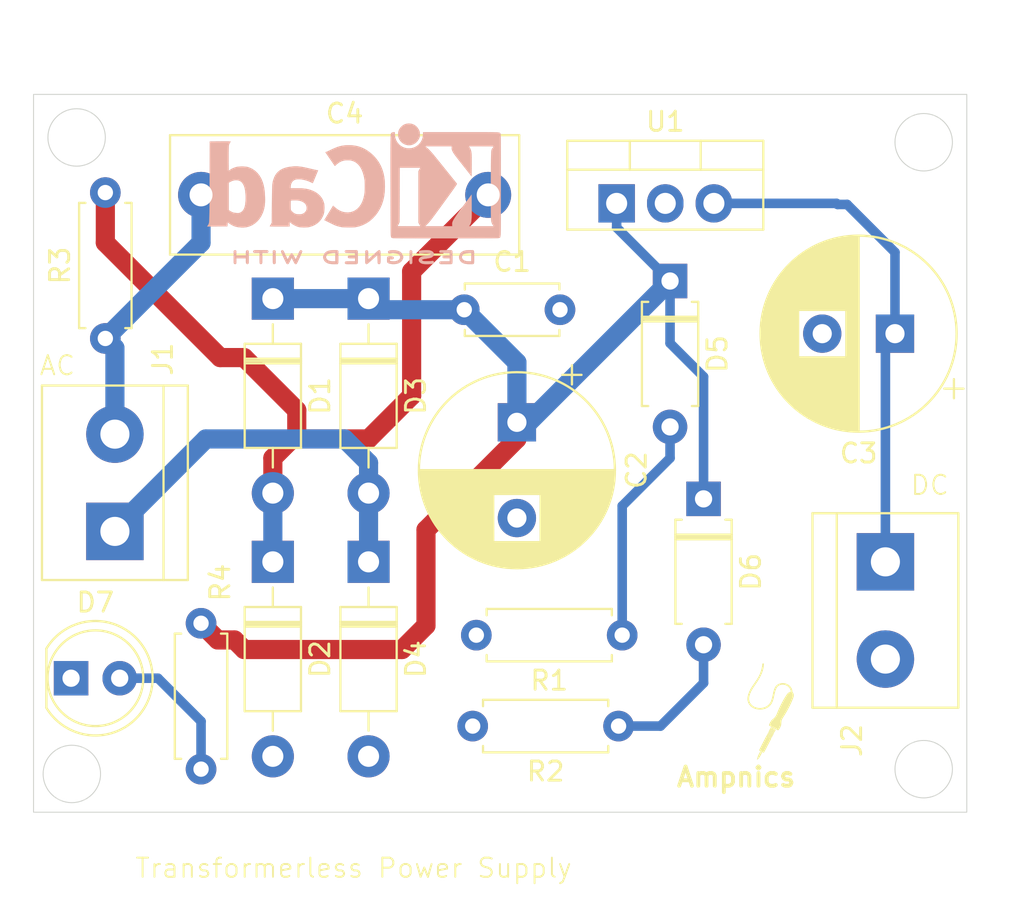
<source format=kicad_pcb>
(kicad_pcb (version 20240108) (generator "pcbnew") (generator_version "8.0")
  (layers (0 "F.Cu" signal) (31 "B.Cu" signal) (34 "B.Paste" user) (35 "F.Paste" user) (36 "B.SilkS" user "B.Silkscreen") (37 "F.SilkS" user "F.Silkscreen") (38 "B.Mask" user) (39 "F.Mask" user) (44 "Edge.Cuts" user))
  (net 0 "")
  (net 1 "Net-(D1-K)")
  (net 2 "GND")
  (net 3 "/5V")
  (net 4 "Net-(D1-A)")
  (net 5 "Net-(J1-Pin_2)")
  (net 6 "Net-(D3-A)")
  (net 7 "Net-(D5-A)")
  (net 8 "Net-(D6-A)")
  (net 9 "Net-(D7-A)")
  (footprint "Capacitor_THT:CP_Radial_D10.0mm_P3.80mm" (layer "F.Cu") (at 130.75 95 180)
    (property "Reference" "C3" (at 1.9 -6.25 0) (layer "F.SilkS"))
    (property "Value" "470uf")
    (pad "1" thru_hole rect (at 0 0 180) (size 2 2) (drill 1) (layers "*.Cu" "*.Mask") (net 3 "/5V"))
    (pad "2" thru_hole circle (at 3.8 0 180) (size 2 2) (drill 1) (layers "*.Cu" "*.Mask") (net 2 "GND"))
  )
  (footprint "Resistor_THT:R_Axial_DIN0207_L6.3mm_D2.5mm_P7.62mm_Horizontal" (layer "F.Cu") (at 116.5 110.75 180)
    (property "Reference" "R1" (at 3.81 -2.37 0) (layer "F.SilkS"))
    (property "Value" "20k")
    (pad "1" thru_hole circle (at 0 0 180) (size 1.6 1.6) (drill 0.8) (layers "*.Cu" "*.Mask") (net 7 "Net-(D5-A)"))
    (pad "2" thru_hole oval (at 7.62 0 180) (size 1.6 1.6) (drill 0.8) (layers "*.Cu" "*.Mask") (net 2 "GND"))
  )
  (footprint "Diode_THT:D_DO-41_SOD81_P10.16mm_Horizontal" (layer "F.Cu") (at 103.25 93.17 -90)
    (property "Reference" "D3" (at 5.08 -2.47 90) (layer "F.SilkS"))
    (property "Value" "1N4007")
    (pad "1" thru_hole rect (at 0 0 270) (size 2.2 2.2) (drill 1.1) (layers "*.Cu" "*.Mask") (net 1 "Net-(D1-K)"))
    (pad "2" thru_hole oval (at 10.16 0 270) (size 2.2 2.2) (drill 1.1) (layers "*.Cu" "*.Mask") (net 6 "Net-(D3-A)"))
  )
  (footprint "Capacitor_THT:C_Rect_L18.0mm_W6.0mm_P15.00mm_FKS3_FKP3" (layer "F.Cu") (at 94.5 87.75)
    (property "Reference" "C4" (at 7.5 -4.25 0) (layer "F.SilkS"))
    (property "Value" "225k/2.2uF")
    (pad "1" thru_hole circle (at 0 0) (size 2.4 2.4) (drill 1.2) (layers "*.Cu" "*.Mask") (net 5 "Net-(J1-Pin_2)"))
    (pad "2" thru_hole circle (at 15 0) (size 2.4 2.4) (drill 1.2) (layers "*.Cu" "*.Mask") (net 4 "Net-(D1-A)"))
  )
  (footprint "TerminalBlock:TerminalBlock_bornier-2_P5.08mm" (layer "F.Cu") (at 90 105.33 90)
    (property "Reference" "J1" (at 9 2.5 90) (layer "F.SilkS"))
    (property "Value" "Screw_Terminal_01x02")
    (pad "1" thru_hole rect (at 0 0 90) (size 3 3) (drill 1.52) (layers "*.Cu" "*.Mask") (net 6 "Net-(D3-A)"))
    (pad "2" thru_hole circle (at 5.08 0 90) (size 3 3) (drill 1.52) (layers "*.Cu" "*.Mask") (net 5 "Net-(J1-Pin_2)"))
  )
  (footprint "Diode_THT:D_A-405_P7.62mm_Horizontal" (layer "F.Cu") (at 120.75 103.63 -90)
    (property "Reference" "D6" (at 3.81 -2.47 90) (layer "F.SilkS"))
    (property "Value" "D_Zener")
    (pad "1" thru_hole rect (at 0 0 270) (size 1.8 1.8) (drill 0.9) (layers "*.Cu" "*.Mask") (net 1 "Net-(D1-K)"))
    (pad "2" thru_hole oval (at 7.62 0 270) (size 1.8 1.8) (drill 0.9) (layers "*.Cu" "*.Mask") (net 8 "Net-(D6-A)"))
  )
  (footprint "Diode_THT:D_DO-41_SOD81_P10.16mm_Horizontal" (layer "F.Cu") (at 103.25 106.92 -90)
    (property "Reference" "D4" (at 5.08 -2.47 90) (layer "F.SilkS"))
    (property "Value" "1N4007")
    (pad "1" thru_hole rect (at 0 0 270) (size 2.2 2.2) (drill 1.1) (layers "*.Cu" "*.Mask") (net 6 "Net-(D3-A)"))
    (pad "2" thru_hole oval (at 10.16 0 270) (size 2.2 2.2) (drill 1.1) (layers "*.Cu" "*.Mask") (net 2 "GND"))
  )
  (footprint "Resistor_THT:R_Axial_DIN0207_L6.3mm_D2.5mm_P7.62mm_Horizontal" (layer "F.Cu") (at 94.5 110.13 -90)
    (property "Reference" "R4" (at -2.13 -1 90) (layer "F.SilkS"))
    (property "Value" "2.2k")
    (pad "1" thru_hole circle (at 0 0 270) (size 1.6 1.6) (drill 0.8) (layers "*.Cu" "*.Mask") (net 1 "Net-(D1-K)"))
    (pad "2" thru_hole oval (at 7.62 0 270) (size 1.6 1.6) (drill 0.8) (layers "*.Cu" "*.Mask") (net 9 "Net-(D7-A)"))
  )
  (footprint "Capacitor_THT:C_Disc_D4.7mm_W2.5mm_P5.00mm" (layer "F.Cu") (at 108.25 93.75)
    (property "Reference" "C1" (at 2.5 -2.5 0) (layer "F.SilkS"))
    (property "Value" "0.1uf")
    (pad "1" thru_hole circle (at 0 0) (size 1.6 1.6) (drill 0.8) (layers "*.Cu" "*.Mask") (net 1 "Net-(D1-K)"))
    (pad "2" thru_hole circle (at 5 0) (size 1.6 1.6) (drill 0.8) (layers "*.Cu" "*.Mask") (net 2 "GND"))
  )
  (footprint "logo.preety:ampnics_logo_6x6mm" (layer "F.Cu") (at 124.25 114.75)
    (property "Reference" "G***" (hide yes))
    (property "Value" "LOGO" (hide yes))
  )
  (footprint "Capacitor_THT:CP_Radial_D10.0mm_P5.00mm" (layer "F.Cu") (at 111 99.632323 -90)
    (property "Reference" "C2" (at 2.5 -6.25 90) (layer "F.SilkS"))
    (property "Value" "1000uf")
    (pad "1" thru_hole rect (at 0 0 270) (size 2 2) (drill 1) (layers "*.Cu" "*.Mask") (net 1 "Net-(D1-K)"))
    (pad "2" thru_hole circle (at 5 0 270) (size 2 2) (drill 1) (layers "*.Cu" "*.Mask") (net 2 "GND"))
  )
  (footprint "Resistor_THT:R_Axial_DIN0207_L6.3mm_D2.5mm_P7.62mm_Horizontal" (layer "F.Cu") (at 89.5 95.25 90)
    (property "Reference" "R3" (at 3.81 -2.37 90) (layer "F.SilkS"))
    (property "Value" "1M")
    (pad "1" thru_hole circle (at 0 0 90) (size 1.6 1.6) (drill 0.8) (layers "*.Cu" "*.Mask") (net 5 "Net-(J1-Pin_2)"))
    (pad "2" thru_hole oval (at 7.62 0 90) (size 1.6 1.6) (drill 0.8) (layers "*.Cu" "*.Mask") (net 4 "Net-(D1-A)"))
  )
  (footprint "Resistor_THT:R_Axial_DIN0207_L6.3mm_D2.5mm_P7.62mm_Horizontal" (layer "F.Cu") (at 116.31 115.5 180)
    (property "Reference" "R2" (at 3.81 -2.37 0) (layer "F.SilkS"))
    (property "Value" "20k")
    (pad "1" thru_hole circle (at 0 0 180) (size 1.6 1.6) (drill 0.8) (layers "*.Cu" "*.Mask") (net 8 "Net-(D6-A)"))
    (pad "2" thru_hole oval (at 7.62 0 180) (size 1.6 1.6) (drill 0.8) (layers "*.Cu" "*.Mask") (net 2 "GND"))
  )
  (footprint "Diode_THT:D_A-405_P7.62mm_Horizontal" (layer "F.Cu") (at 119 92.25 -90)
    (property "Reference" "D5" (at 3.81 -2.47 90) (layer "F.SilkS"))
    (property "Value" "D_Zener")
    (pad "1" thru_hole rect (at 0 0 270) (size 1.8 1.8) (drill 0.9) (layers "*.Cu" "*.Mask") (net 1 "Net-(D1-K)"))
    (pad "2" thru_hole oval (at 7.62 0 270) (size 1.8 1.8) (drill 0.9) (layers "*.Cu" "*.Mask") (net 7 "Net-(D5-A)"))
  )
  (footprint "Package_TO_SOT_THT:TO-220-3_Vertical" (layer "F.Cu") (at 116.21 88.195)
    (property "Reference" "U1" (at 2.54 -4.27 0) (layer "F.SilkS"))
    (property "Value" "LM7805_TO220")
    (pad "1" thru_hole rect (at 0 0) (size 1.905 2) (drill 1.1) (layers "*.Cu" "*.Mask") (net 1 "Net-(D1-K)"))
    (pad "2" thru_hole oval (at 2.54 0) (size 1.905 2) (drill 1.1) (layers "*.Cu" "*.Mask") (net 2 "GND"))
    (pad "3" thru_hole oval (at 5.08 0) (size 1.905 2) (drill 1.1) (layers "*.Cu" "*.Mask") (net 3 "/5V"))
  )
  (footprint "Diode_THT:D_DO-41_SOD81_P10.16mm_Horizontal" (layer "F.Cu") (at 98.25 106.92 -90)
    (property "Reference" "D2" (at 5.08 -2.47 90) (layer "F.SilkS"))
    (property "Value" "1N4007")
    (pad "1" thru_hole rect (at 0 0 270) (size 2.2 2.2) (drill 1.1) (layers "*.Cu" "*.Mask") (net 4 "Net-(D1-A)"))
    (pad "2" thru_hole oval (at 10.16 0 270) (size 2.2 2.2) (drill 1.1) (layers "*.Cu" "*.Mask") (net 2 "GND"))
  )
  (footprint "LED_THT:LED_D5.0mm" (layer "F.Cu") (at 87.71 113)
    (property "Reference" "D7" (at 1.27 -3.96 0) (layer "F.SilkS"))
    (property "Value" "LED")
    (pad "1" thru_hole rect (at 0 0) (size 1.8 1.8) (drill 0.9) (layers "*.Cu" "*.Mask") (net 2 "GND"))
    (pad "2" thru_hole circle (at 2.54 0) (size 1.8 1.8) (drill 0.9) (layers "*.Cu" "*.Mask") (net 9 "Net-(D7-A)"))
  )
  (footprint "Diode_THT:D_DO-41_SOD81_P10.16mm_Horizontal" (layer "F.Cu") (at 98.25 93.17 -90)
    (property "Reference" "D1" (at 5.08 -2.47 90) (layer "F.SilkS"))
    (property "Value" "1N4007")
    (pad "1" thru_hole rect (at 0 0 270) (size 2.2 2.2) (drill 1.1) (layers "*.Cu" "*.Mask") (net 1 "Net-(D1-K)"))
    (pad "2" thru_hole oval (at 10.16 0 270) (size 2.2 2.2) (drill 1.1) (layers "*.Cu" "*.Mask") (net 4 "Net-(D1-A)"))
  )
  (footprint "TerminalBlock:TerminalBlock_bornier-2_P5.08mm" (layer "F.Cu") (at 130.25 106.92 -90)
    (property "Reference" "J2" (at 9.33 1.75 90) (layer "F.SilkS"))
    (property "Value" "Screw_Terminal_01x02")
    (pad "1" thru_hole rect (at 0 0 270) (size 3 3) (drill 1.52) (layers "*.Cu" "*.Mask") (net 3 "/5V"))
    (pad "2" thru_hole circle (at 5.08 0 270) (size 3 3) (drill 1.52) (layers "*.Cu" "*.Mask") (net 2 "GND"))
  )
  (footprint "Symbol:KiCad-Logo2_6mm_SilkScreen" (layer "B.Cu") (at 102.5 87 180)
    (property "Reference" "REF**" (hide yes))
    (property "Value" "KiCad-Logo2_6mm_SilkScreen" (hide yes))
  )
  (gr_circle (center 132.25 117.75) (end 133.75 117.75) (stroke (width 0.05)) (fill none) (layer "Edge.Cuts"))
  (gr_circle (center 87.75 118) (end 89.25 118) (stroke (width 0.05)) (fill none) (layer "Edge.Cuts"))
  (gr_circle (center 132.25 85) (end 133.75 85) (stroke (width 0.05)) (fill none) (layer "Edge.Cuts"))
  (gr_rect (start 85.75 82.5) (end 134.5 120) (stroke (width 0.05)) (fill none) (layer "Edge.Cuts"))
  (gr_circle (center 88 84.75) (end 89.5 84.75) (stroke (width 0.05)) (fill none) (layer "Edge.Cuts"))
  (gr_text "Transformerless Power Supply" (at 91 123.5 0) (layer "F.SilkS") (effects (font (size 1 1) (thickness 0.1)) (justify left bottom)))
  (gr_text "DC" (at 131.5 103.5 0) (layer "F.SilkS") (effects (font (size 1 1) (thickness 0.1)) (justify left bottom)))
  (gr_text "AC" (at 86 97.25 0) (layer "F.SilkS") (effects (font (size 1 1) (thickness 0.1)) (justify left bottom)))
  (gr_text "Ampnics" (at 119.25 118.75 0) (layer "F.SilkS") (effects (font (size 1 1) (thickness 0.2) (bold yes)) (justify left bottom)))
  (segment (start 106.25 110.25) (end 105 111.5) (width 1) (layer "F.Cu") (net 1))
  (segment (start 106.25 105.25) (end 106.25 110.25) (width 1) (layer "F.Cu") (net 1))
  (segment (start 111 100.5) (end 106.25 105.25) (width 1) (layer "F.Cu") (net 1))
  (segment (start 105 111.5) (end 96.75 111.5) (width 1) (layer "F.Cu") (net 1))
  (segment (start 111 99.632323) (end 111 100.5) (width 1) (layer "F.Cu") (net 1))
  (segment (start 95.37 111) (end 94.5 110.13) (width 1) (layer "F.Cu") (net 1))
  (segment (start 96.75 111.5) (end 96.25 111) (width 1) (layer "F.Cu") (net 1))
  (segment (start 96.25 111) (end 95.37 111) (width 1) (layer "F.Cu") (net 1))
  (segment (start 98.25 93.17) (end 103.25 93.17) (width 1) (layer "B.Cu") (net 1))
  (segment (start 111 99.632323) (end 111 96.5) (width 1) (layer "B.Cu") (net 1))
  (segment (start 111.617677 99.632323) (end 119 92.25) (width 1) (layer "B.Cu") (net 1))
  (segment (start 120.75 97.25) (end 120.75 103.63) (width 0.5) (layer "B.Cu") (net 1))
  (segment (start 119 92.25) (end 119 95.5) (width 0.5) (layer "B.Cu") (net 1))
  (segment (start 119 95.5) (end 120.75 97.25) (width 0.5) (layer "B.Cu") (net 1))
  (segment (start 111 96.5) (end 108.25 93.75) (width 1) (layer "B.Cu") (net 1))
  (segment (start 108.25 93.75) (end 103.83 93.75) (width 1) (layer "B.Cu") (net 1))
  (segment (start 116.21 89.46) (end 116.21 88.195) (width 0.5) (layer "B.Cu") (net 1))
  (segment (start 111 99.632323) (end 111.617677 99.632323) (width 1) (layer "B.Cu") (net 1))
  (segment (start 119 92.25) (end 116.21 89.46) (width 0.5) (layer "B.Cu") (net 1))
  (segment (start 103.83 93.75) (end 103.25 93.17) (width 1) (layer "B.Cu") (net 1))
  (segment (start 130.75 95) (end 130.75 90.75) (width 0.5) (layer "B.Cu") (net 3))
  (segment (start 127.695 88.195) (end 121.29 88.195) (width 0.5) (layer "B.Cu") (net 3))
  (segment (start 127.75 88.25) (end 127.695 88.195) (width 0.5) (layer "B.Cu") (net 3))
  (segment (start 130.75 90.75) (end 128.25 88.25) (width 0.5) (layer "B.Cu") (net 3))
  (segment (start 128.25 88.25) (end 127.75 88.25) (width 0.5) (layer "B.Cu") (net 3))
  (segment (start 130.25 95.5) (end 130.75 95) (width 0.5) (layer "B.Cu") (net 3))
  (segment (start 130.25 106.92) (end 130.25 95.5) (width 0.5) (layer "B.Cu") (net 3))
  (segment (start 99.5 100.5) (end 99.25 100.5) (width 1) (layer "F.Cu") (net 4))
  (segment (start 105.5 91.75) (end 105.5 98.25) (width 1) (layer "F.Cu") (net 4))
  (segment (start 96.75 96.25) (end 99.5 99) (width 1) (layer "F.Cu") (net 4))
  (segment (start 109.5 87.75) (end 105.5 91.75) (width 1) (layer "F.Cu") (net 4))
  (segment (start 103.25 100.5) (end 99.5 100.5) (width 1) (layer "F.Cu") (net 4))
  (segment (start 95.5 96.25) (end 96.75 96.25) (width 1) (layer "F.Cu") (net 4))
  (segment (start 89.5 87.63) (end 89.5 90.25) (width 1) (layer "F.Cu") (net 4))
  (segment (start 99.5 99) (end 99.5 100.5) (width 1) (layer "F.Cu") (net 4))
  (segment (start 98.25 101.5) (end 98.25 103.33) (width 1) (layer "F.Cu") (net 4))
  (segment (start 105.5 98.25) (end 103.25 100.5) (width 1) (layer "F.Cu") (net 4))
  (segment (start 99.25 100.5) (end 98.25 101.5) (width 1) (layer "F.Cu") (net 4))
  (segment (start 89.5 90.25) (end 95.5 96.25) (width 1) (layer "F.Cu") (net 4))
  (segment (start 98.25 106.92) (end 98.25 103.33) (width 1) (layer "B.Cu") (net 4))
  (segment (start 90 100.25) (end 90 95.75) (width 1) (layer "B.Cu") (net 5))
  (segment (start 90 95.75) (end 89.5 95.25) (width 1) (layer "B.Cu") (net 5))
  (segment (start 94.5 90.25) (end 89.5 95.25) (width 1) (layer "B.Cu") (net 5))
  (segment (start 94.5 87.75) (end 94.5 90.25) (width 1) (layer "B.Cu") (net 5))
  (segment (start 90 105.25) (end 94.75 100.5) (width 1) (layer "B.Cu") (net 6))
  (segment (start 102 100.5) (end 103.25 101.75) (width 1) (layer "B.Cu") (net 6))
  (segment (start 94.75 100.5) (end 102 100.5) (width 1) (layer "B.Cu") (net 6))
  (segment (start 90 105.33) (end 90 105.25) (width 1) (layer "B.Cu") (net 6))
  (segment (start 103.25 101.75) (end 103.25 103.33) (width 1) (layer "B.Cu") (net 6))
  (segment (start 103.25 106.92) (end 103.25 103.33) (width 1) (layer "B.Cu") (net 6))
  (segment (start 119 101.5) (end 116.5 104) (width 0.5) (layer "B.Cu") (net 7))
  (segment (start 116.5 104) (end 116.5 110.75) (width 0.5) (layer "B.Cu") (net 7))
  (segment (start 119 99.87) (end 119 101.5) (width 0.5) (layer "B.Cu") (net 7))
  (segment (start 118.5 115.5) (end 116.31 115.5) (width 0.5) (layer "B.Cu") (net 8))
  (segment (start 120.75 111.25) (end 120.75 113.25) (width 0.5) (layer "B.Cu") (net 8))
  (segment (start 120.75 113.25) (end 118.5 115.5) (width 0.5) (layer "B.Cu") (net 8))
  (segment (start 94.5 115.25) (end 92.25 113) (width 0.5) (layer "B.Cu") (net 9))
  (segment (start 92.25 113) (end 90.25 113) (width 0.5) (layer "B.Cu") (net 9))
  (segment (start 94.5 117.75) (end 94.5 115.25) (width 0.5) (layer "B.Cu") (net 9))
)
</source>
